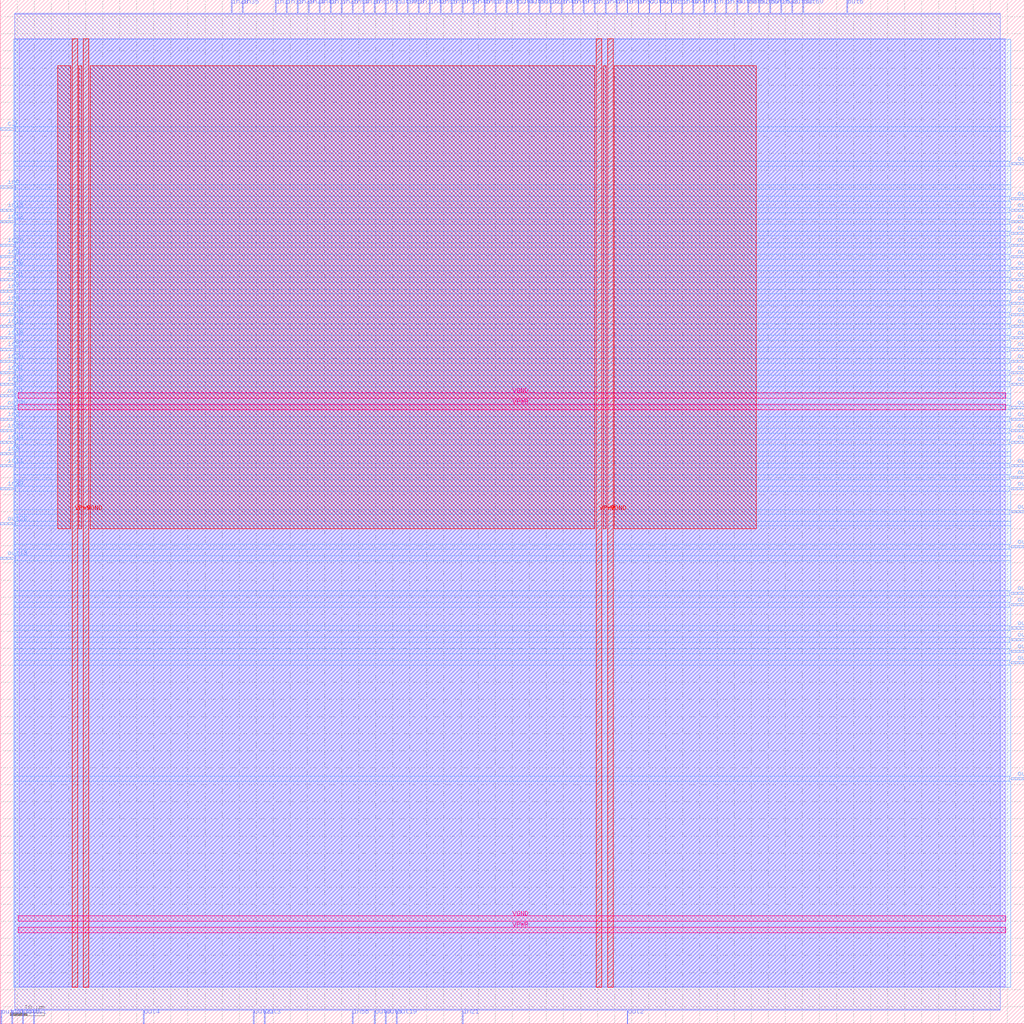
<source format=lef>
VERSION 5.7 ;
  NOWIREEXTENSIONATPIN ON ;
  DIVIDERCHAR "/" ;
  BUSBITCHARS "[]" ;
MACRO netlist_1
  CLASS BLOCK ;
  FOREIGN netlist_1 ;
  ORIGIN 0.000 0.000 ;
  SIZE 300.000 BY 300.000 ;
  PIN VGND
    DIRECTION INOUT ;
    USE GROUND ;
    PORT
      LAYER met4 ;
        RECT 24.340 10.640 25.940 288.560 ;
    END
    PORT
      LAYER met4 ;
        RECT 177.940 10.640 179.540 288.560 ;
    END
    PORT
      LAYER met5 ;
        RECT 5.280 30.030 294.640 31.630 ;
    END
    PORT
      LAYER met5 ;
        RECT 5.280 183.210 294.640 184.810 ;
    END
  END VGND
  PIN VPWR
    DIRECTION INOUT ;
    USE POWER ;
    PORT
      LAYER met4 ;
        RECT 21.040 10.640 22.640 288.560 ;
    END
    PORT
      LAYER met4 ;
        RECT 174.640 10.640 176.240 288.560 ;
    END
    PORT
      LAYER met5 ;
        RECT 5.280 26.730 294.640 28.330 ;
    END
    PORT
      LAYER met5 ;
        RECT 5.280 179.910 294.640 181.510 ;
    END
  END VPWR
  PIN clk
    DIRECTION INPUT ;
    USE SIGNAL ;
    ANTENNAGATEAREA 0.852000 ;
    ANTENNADIFFAREA 0.434700 ;
    PORT
      LAYER met3 ;
        RECT 0.000 261.840 4.000 262.440 ;
    END
  END clk
  PIN in0
    DIRECTION INPUT ;
    USE SIGNAL ;
    ANTENNAGATEAREA 0.247500 ;
    ANTENNADIFFAREA 0.434700 ;
    PORT
      LAYER met3 ;
        RECT 0.000 244.840 4.000 245.440 ;
    END
  END in0
  PIN in1
    DIRECTION INPUT ;
    USE SIGNAL ;
    ANTENNAGATEAREA 0.247500 ;
    ANTENNADIFFAREA 0.434700 ;
    PORT
      LAYER met2 ;
        RECT 122.450 296.000 122.730 300.000 ;
    END
  END in1
  PIN in10
    DIRECTION INPUT ;
    USE SIGNAL ;
    ANTENNAGATEAREA 0.196500 ;
    ANTENNADIFFAREA 0.434700 ;
    PORT
      LAYER met3 ;
        RECT 0.000 207.440 4.000 208.040 ;
    END
  END in10
  PIN in11
    DIRECTION INPUT ;
    USE SIGNAL ;
    ANTENNAGATEAREA 0.426000 ;
    ANTENNADIFFAREA 0.434700 ;
    PORT
      LAYER met3 ;
        RECT 0.000 163.240 4.000 163.840 ;
    END
  END in11
  PIN in12
    DIRECTION INPUT ;
    USE SIGNAL ;
    ANTENNAGATEAREA 0.213000 ;
    ANTENNADIFFAREA 0.434700 ;
    PORT
      LAYER met3 ;
        RECT 0.000 234.640 4.000 235.240 ;
    END
  END in12
  PIN in13
    DIRECTION INPUT ;
    USE SIGNAL ;
    ANTENNAGATEAREA 0.126000 ;
    ANTENNADIFFAREA 0.434700 ;
    PORT
      LAYER met3 ;
        RECT 0.000 238.040 4.000 238.640 ;
    END
  END in13
  PIN in14
    DIRECTION INPUT ;
    USE SIGNAL ;
    ANTENNAGATEAREA 0.213000 ;
    ANTENNADIFFAREA 0.434700 ;
    PORT
      LAYER met3 ;
        RECT 0.000 170.040 4.000 170.640 ;
    END
  END in14
  PIN in15
    DIRECTION INPUT ;
    USE SIGNAL ;
    ANTENNAGATEAREA 0.159000 ;
    ANTENNADIFFAREA 0.434700 ;
    PORT
      LAYER met3 ;
        RECT 0.000 187.040 4.000 187.640 ;
    END
  END in15
  PIN in16
    DIRECTION INPUT ;
    USE SIGNAL ;
    ANTENNAGATEAREA 0.213000 ;
    ANTENNADIFFAREA 0.434700 ;
    PORT
      LAYER met3 ;
        RECT 0.000 204.040 4.000 204.640 ;
    END
  END in16
  PIN in17
    DIRECTION INPUT ;
    USE SIGNAL ;
    ANTENNAGATEAREA 0.213000 ;
    ANTENNADIFFAREA 0.434700 ;
    PORT
      LAYER met2 ;
        RECT 96.690 296.000 96.970 300.000 ;
    END
  END in17
  PIN in18
    DIRECTION INPUT ;
    USE SIGNAL ;
    ANTENNAGATEAREA 0.213000 ;
    ANTENNADIFFAREA 0.434700 ;
    PORT
      LAYER met3 ;
        RECT 0.000 221.040 4.000 221.640 ;
    END
  END in18
  PIN in19
    DIRECTION INPUT ;
    USE SIGNAL ;
    ANTENNAGATEAREA 0.196500 ;
    ANTENNADIFFAREA 0.434700 ;
    PORT
      LAYER met3 ;
        RECT 0.000 200.640 4.000 201.240 ;
    END
  END in19
  PIN in2
    DIRECTION INPUT ;
    USE SIGNAL ;
    ANTENNAGATEAREA 0.196500 ;
    ANTENNADIFFAREA 0.434700 ;
    PORT
      LAYER met3 ;
        RECT 0.000 176.840 4.000 177.440 ;
    END
  END in2
  PIN in20
    DIRECTION INPUT ;
    USE SIGNAL ;
    ANTENNAGATEAREA 0.196500 ;
    ANTENNADIFFAREA 0.434700 ;
    PORT
      LAYER met3 ;
        RECT 0.000 227.840 4.000 228.440 ;
    END
  END in20
  PIN in21
    DIRECTION INPUT ;
    USE SIGNAL ;
    ANTENNAGATEAREA 0.213000 ;
    ANTENNADIFFAREA 0.434700 ;
    PORT
      LAYER met2 ;
        RECT 135.330 0.000 135.610 4.000 ;
    END
  END in21
  PIN in22
    DIRECTION INPUT ;
    USE SIGNAL ;
    ANTENNAGATEAREA 0.126000 ;
    ANTENNADIFFAREA 0.434700 ;
    PORT
      LAYER met2 ;
        RECT 228.710 296.000 228.990 300.000 ;
    END
  END in22
  PIN in23
    DIRECTION INPUT ;
    USE SIGNAL ;
    ANTENNAGATEAREA 0.196500 ;
    ANTENNADIFFAREA 0.434700 ;
    PORT
      LAYER met3 ;
        RECT 0.000 173.440 4.000 174.040 ;
    END
  END in23
  PIN in24
    DIRECTION INPUT ;
    USE SIGNAL ;
    ANTENNAGATEAREA 0.196500 ;
    ANTENNADIFFAREA 0.434700 ;
    PORT
      LAYER met2 ;
        RECT 90.250 296.000 90.530 300.000 ;
    END
  END in24
  PIN in25
    DIRECTION INPUT ;
    USE SIGNAL ;
    ANTENNAGATEAREA 0.159000 ;
    ANTENNADIFFAREA 0.434700 ;
    PORT
      LAYER met2 ;
        RECT 99.910 296.000 100.190 300.000 ;
    END
  END in25
  PIN in26
    DIRECTION INPUT ;
    USE SIGNAL ;
    ANTENNAGATEAREA 0.196500 ;
    ANTENNADIFFAREA 0.434700 ;
    PORT
      LAYER met2 ;
        RECT 161.090 296.000 161.370 300.000 ;
    END
  END in26
  PIN in27
    DIRECTION INPUT ;
    USE SIGNAL ;
    ANTENNAGATEAREA 0.213000 ;
    ANTENNADIFFAREA 0.434700 ;
    PORT
      LAYER met3 ;
        RECT 0.000 197.240 4.000 197.840 ;
    END
  END in27
  PIN in28
    DIRECTION INPUT ;
    USE SIGNAL ;
    ANTENNAGATEAREA 0.196500 ;
    ANTENNADIFFAREA 0.434700 ;
    PORT
      LAYER met2 ;
        RECT 67.710 296.000 67.990 300.000 ;
    END
  END in28
  PIN in29
    DIRECTION INPUT ;
    USE SIGNAL ;
    ANTENNAGATEAREA 0.126000 ;
    ANTENNADIFFAREA 0.434700 ;
    PORT
      LAYER met2 ;
        RECT 87.030 296.000 87.310 300.000 ;
    END
  END in29
  PIN in3
    DIRECTION INPUT ;
    USE SIGNAL ;
    ANTENNAGATEAREA 0.495000 ;
    ANTENNADIFFAREA 0.434700 ;
    PORT
      LAYER met2 ;
        RECT 80.590 296.000 80.870 300.000 ;
    END
  END in3
  PIN in30
    DIRECTION INPUT ;
    USE SIGNAL ;
    ANTENNAGATEAREA 0.213000 ;
    ANTENNADIFFAREA 0.434700 ;
    PORT
      LAYER met3 ;
        RECT 0.000 193.840 4.000 194.440 ;
    END
  END in30
  PIN in31
    DIRECTION INPUT ;
    USE SIGNAL ;
    ANTENNAGATEAREA 0.196500 ;
    ANTENNADIFFAREA 0.434700 ;
    PORT
      LAYER met3 ;
        RECT 0.000 217.640 4.000 218.240 ;
    END
  END in31
  PIN in32
    DIRECTION INPUT ;
    USE SIGNAL ;
    ANTENNAGATEAREA 0.213000 ;
    ANTENNADIFFAREA 0.434700 ;
    PORT
      LAYER met2 ;
        RECT 209.390 296.000 209.670 300.000 ;
    END
  END in32
  PIN in33
    DIRECTION INPUT ;
    USE SIGNAL ;
    ANTENNAGATEAREA 0.247500 ;
    ANTENNADIFFAREA 0.434700 ;
    PORT
      LAYER met2 ;
        RECT 83.810 296.000 84.090 300.000 ;
    END
  END in33
  PIN in34
    DIRECTION INPUT ;
    USE SIGNAL ;
    ANTENNAGATEAREA 0.196500 ;
    ANTENNADIFFAREA 0.434700 ;
    PORT
      LAYER met2 ;
        RECT 212.610 296.000 212.890 300.000 ;
    END
  END in34
  PIN in35
    DIRECTION INPUT ;
    USE SIGNAL ;
    ANTENNAGATEAREA 0.196500 ;
    ANTENNADIFFAREA 0.434700 ;
    PORT
      LAYER met2 ;
        RECT 70.930 296.000 71.210 300.000 ;
    END
  END in35
  PIN in36
    DIRECTION INPUT ;
    USE SIGNAL ;
    ANTENNAGATEAREA 0.159000 ;
    ANTENNADIFFAREA 0.434700 ;
    PORT
      LAYER met2 ;
        RECT 106.350 296.000 106.630 300.000 ;
    END
  END in36
  PIN in37
    DIRECTION INPUT ;
    USE SIGNAL ;
    ANTENNAGATEAREA 0.196500 ;
    ANTENNADIFFAREA 0.434700 ;
    PORT
      LAYER met2 ;
        RECT 173.970 296.000 174.250 300.000 ;
    END
  END in37
  PIN in38
    DIRECTION INPUT ;
    USE SIGNAL ;
    ANTENNAGATEAREA 0.196500 ;
    ANTENNADIFFAREA 0.434700 ;
    PORT
      LAYER met2 ;
        RECT 144.990 296.000 145.270 300.000 ;
    END
  END in38
  PIN in39
    DIRECTION INPUT ;
    USE SIGNAL ;
    ANTENNAGATEAREA 0.126000 ;
    ANTENNADIFFAREA 0.434700 ;
    PORT
      LAYER met3 ;
        RECT 0.000 156.440 4.000 157.040 ;
    END
  END in39
  PIN in4
    DIRECTION INPUT ;
    USE SIGNAL ;
    ANTENNAGATEAREA 0.159000 ;
    ANTENNADIFFAREA 0.434700 ;
    PORT
      LAYER met2 ;
        RECT 206.170 296.000 206.450 300.000 ;
    END
  END in4
  PIN in40
    DIRECTION INPUT ;
    USE SIGNAL ;
    ANTENNAGATEAREA 0.196500 ;
    ANTENNADIFFAREA 0.434700 ;
    PORT
      LAYER met2 ;
        RECT 202.950 296.000 203.230 300.000 ;
    END
  END in40
  PIN in41
    DIRECTION INPUT ;
    USE SIGNAL ;
    ANTENNAGATEAREA 0.196500 ;
    ANTENNADIFFAREA 0.434700 ;
    PORT
      LAYER met3 ;
        RECT 0.000 190.440 4.000 191.040 ;
    END
  END in41
  PIN in42
    DIRECTION INPUT ;
    USE SIGNAL ;
    ANTENNAGATEAREA 0.196500 ;
    ANTENNADIFFAREA 0.434700 ;
    PORT
      LAYER met2 ;
        RECT 125.670 296.000 125.950 300.000 ;
    END
  END in42
  PIN in43
    DIRECTION INPUT ;
    USE SIGNAL ;
    ANTENNAGATEAREA 0.196500 ;
    ANTENNADIFFAREA 0.434700 ;
    PORT
      LAYER met2 ;
        RECT 93.470 296.000 93.750 300.000 ;
    END
  END in43
  PIN in44
    DIRECTION INPUT ;
    USE SIGNAL ;
    ANTENNAGATEAREA 0.196500 ;
    ANTENNADIFFAREA 0.434700 ;
    PORT
      LAYER met2 ;
        RECT 199.730 296.000 200.010 300.000 ;
    END
  END in44
  PIN in45
    DIRECTION INPUT ;
    USE SIGNAL ;
    ANTENNAGATEAREA 0.126000 ;
    ANTENNADIFFAREA 0.434700 ;
    PORT
      LAYER met2 ;
        RECT 164.310 296.000 164.590 300.000 ;
    END
  END in45
  PIN in46
    DIRECTION INPUT ;
    USE SIGNAL ;
    ANTENNAGATEAREA 0.196500 ;
    ANTENNADIFFAREA 0.434700 ;
    PORT
      LAYER met2 ;
        RECT 138.550 296.000 138.830 300.000 ;
    END
  END in46
  PIN in47
    DIRECTION INPUT ;
    USE SIGNAL ;
    ANTENNAGATEAREA 0.196500 ;
    ANTENNADIFFAREA 0.434700 ;
    PORT
      LAYER met2 ;
        RECT 177.190 296.000 177.470 300.000 ;
    END
  END in47
  PIN in48
    DIRECTION INPUT ;
    USE SIGNAL ;
    ANTENNAGATEAREA 0.196500 ;
    ANTENNADIFFAREA 0.434700 ;
    PORT
      LAYER met2 ;
        RECT 180.410 296.000 180.690 300.000 ;
    END
  END in48
  PIN in49
    DIRECTION INPUT ;
    USE SIGNAL ;
    ANTENNAGATEAREA 0.196500 ;
    ANTENNADIFFAREA 0.434700 ;
    PORT
      LAYER met2 ;
        RECT 167.530 296.000 167.810 300.000 ;
    END
  END in49
  PIN in5
    DIRECTION INPUT ;
    USE SIGNAL ;
    ANTENNAGATEAREA 0.213000 ;
    ANTENNADIFFAREA 0.434700 ;
    PORT
      LAYER met3 ;
        RECT 0.000 224.440 4.000 225.040 ;
    END
  END in5
  PIN in50
    DIRECTION INPUT ;
    USE SIGNAL ;
    ANTENNAGATEAREA 0.159000 ;
    ANTENNADIFFAREA 0.434700 ;
    PORT
      LAYER met2 ;
        RECT 132.110 296.000 132.390 300.000 ;
    END
  END in50
  PIN in51
    DIRECTION INPUT ;
    USE SIGNAL ;
    ANTENNAGATEAREA 0.213000 ;
    ANTENNADIFFAREA 0.434700 ;
    PORT
      LAYER met2 ;
        RECT 112.790 296.000 113.070 300.000 ;
    END
  END in51
  PIN in52
    DIRECTION INPUT ;
    USE SIGNAL ;
    ANTENNAGATEAREA 0.196500 ;
    ANTENNADIFFAREA 0.434700 ;
    PORT
      LAYER met2 ;
        RECT 196.510 296.000 196.790 300.000 ;
    END
  END in52
  PIN in53
    DIRECTION INPUT ;
    USE SIGNAL ;
    ANTENNAGATEAREA 0.196500 ;
    ANTENNADIFFAREA 0.434700 ;
    PORT
      LAYER met2 ;
        RECT 170.750 296.000 171.030 300.000 ;
    END
  END in53
  PIN in54
    DIRECTION INPUT ;
    USE SIGNAL ;
    ANTENNAGATEAREA 0.495000 ;
    ANTENNADIFFAREA 0.434700 ;
    PORT
      LAYER met2 ;
        RECT 103.130 296.000 103.410 300.000 ;
    END
  END in54
  PIN in55
    DIRECTION INPUT ;
    USE SIGNAL ;
    ANTENNAGATEAREA 0.126000 ;
    ANTENNADIFFAREA 0.434700 ;
    PORT
      LAYER met2 ;
        RECT 128.890 296.000 129.170 300.000 ;
    END
  END in55
  PIN in56
    DIRECTION INPUT ;
    USE SIGNAL ;
    ANTENNAGATEAREA 0.426000 ;
    ANTENNADIFFAREA 0.434700 ;
    PORT
      LAYER met2 ;
        RECT 103.130 0.000 103.410 4.000 ;
    END
  END in56
  PIN in57
    DIRECTION INPUT ;
    USE SIGNAL ;
    ANTENNAGATEAREA 0.196500 ;
    ANTENNADIFFAREA 0.434700 ;
    PORT
      LAYER met2 ;
        RECT 186.850 296.000 187.130 300.000 ;
    END
  END in57
  PIN in58
    DIRECTION INPUT ;
    USE SIGNAL ;
    ANTENNAGATEAREA 0.196500 ;
    ANTENNADIFFAREA 0.434700 ;
    PORT
      LAYER met2 ;
        RECT 119.230 296.000 119.510 300.000 ;
    END
  END in58
  PIN in59
    DIRECTION INPUT ;
    USE SIGNAL ;
    ANTENNAGATEAREA 0.196500 ;
    ANTENNADIFFAREA 0.434700 ;
    PORT
      LAYER met2 ;
        RECT 135.330 296.000 135.610 300.000 ;
    END
  END in59
  PIN in6
    DIRECTION INPUT ;
    USE SIGNAL ;
    ANTENNAGATEAREA 0.213000 ;
    ANTENNADIFFAREA 0.434700 ;
    PORT
      LAYER met2 ;
        RECT 109.570 296.000 109.850 300.000 ;
    END
  END in6
  PIN in60
    DIRECTION INPUT ;
    USE SIGNAL ;
    ANTENNAGATEAREA 0.196500 ;
    ANTENNADIFFAREA 0.434700 ;
    PORT
      LAYER met2 ;
        RECT 183.630 296.000 183.910 300.000 ;
    END
  END in60
  PIN in61
    DIRECTION INPUT ;
    USE SIGNAL ;
    ANTENNAGATEAREA 0.213000 ;
    ANTENNADIFFAREA 0.434700 ;
    PORT
      LAYER met2 ;
        RECT 141.770 296.000 142.050 300.000 ;
    END
  END in61
  PIN in7
    DIRECTION INPUT ;
    USE SIGNAL ;
    ANTENNAGATEAREA 1.186500 ;
    ANTENNADIFFAREA 0.434700 ;
    PORT
      LAYER met3 ;
        RECT 0.000 214.240 4.000 214.840 ;
    END
  END in7
  PIN in8
    DIRECTION INPUT ;
    USE SIGNAL ;
    ANTENNAGATEAREA 0.196500 ;
    ANTENNADIFFAREA 0.434700 ;
    PORT
      LAYER met3 ;
        RECT 0.000 210.840 4.000 211.440 ;
    END
  END in8
  PIN in9
    DIRECTION INPUT ;
    USE SIGNAL ;
    ANTENNAGATEAREA 0.126000 ;
    ANTENNADIFFAREA 0.434700 ;
    PORT
      LAYER met3 ;
        RECT 0.000 166.640 4.000 167.240 ;
    END
  END in9
  PIN out0
    DIRECTION OUTPUT ;
    USE SIGNAL ;
    ANTENNADIFFAREA 0.340600 ;
    PORT
      LAYER met2 ;
        RECT 109.570 0.000 109.850 4.000 ;
    END
  END out0
  PIN out1
    DIRECTION OUTPUT ;
    USE SIGNAL ;
    ANTENNADIFFAREA 0.445500 ;
    PORT
      LAYER met3 ;
        RECT 0.000 183.640 4.000 184.240 ;
    END
  END out1
  PIN out10
    DIRECTION OUTPUT ;
    USE SIGNAL ;
    ANTENNADIFFAREA 0.340600 ;
    PORT
      LAYER met3 ;
        RECT 296.000 227.840 300.000 228.440 ;
    END
  END out10
  PIN out11
    DIRECTION OUTPUT ;
    USE SIGNAL ;
    ANTENNADIFFAREA 0.445500 ;
    PORT
      LAYER met3 ;
        RECT 296.000 112.240 300.000 112.840 ;
    END
  END out11
  PIN out12
    DIRECTION OUTPUT ;
    USE SIGNAL ;
    ANTENNADIFFAREA 0.340600 ;
    PORT
      LAYER met3 ;
        RECT 296.000 234.640 300.000 235.240 ;
    END
  END out12
  PIN out13
    DIRECTION OUTPUT ;
    USE SIGNAL ;
    ANTENNADIFFAREA 0.445500 ;
    PORT
      LAYER met3 ;
        RECT 0.000 136.040 4.000 136.640 ;
    END
  END out13
  PIN out14
    DIRECTION OUTPUT ;
    USE SIGNAL ;
    ANTENNADIFFAREA 0.445500 ;
    PORT
      LAYER met3 ;
        RECT 296.000 71.440 300.000 72.040 ;
    END
  END out14
  PIN out15
    DIRECTION OUTPUT ;
    USE SIGNAL ;
    ANTENNADIFFAREA 0.340600 ;
    PORT
      LAYER met3 ;
        RECT 296.000 115.640 300.000 116.240 ;
    END
  END out15
  PIN out16
    DIRECTION OUTPUT ;
    USE SIGNAL ;
    ANTENNADIFFAREA 0.445500 ;
    PORT
      LAYER met3 ;
        RECT 296.000 149.640 300.000 150.240 ;
    END
  END out16
  PIN out17
    DIRECTION OUTPUT ;
    USE SIGNAL ;
    ANTENNADIFFAREA 0.795200 ;
    PORT
      LAYER met2 ;
        RECT 148.210 296.000 148.490 300.000 ;
    END
  END out17
  PIN out18
    DIRECTION OUTPUT ;
    USE SIGNAL ;
    PORT
      LAYER met2 ;
        RECT 0.090 0.000 0.370 4.000 ;
    END
  END out18
  PIN out19
    DIRECTION OUTPUT ;
    USE SIGNAL ;
    ANTENNADIFFAREA 0.445500 ;
    PORT
      LAYER met2 ;
        RECT 116.010 0.000 116.290 4.000 ;
    END
  END out19
  PIN out2
    DIRECTION OUTPUT ;
    USE SIGNAL ;
    ANTENNADIFFAREA 0.445500 ;
    PORT
      LAYER met2 ;
        RECT 183.630 0.000 183.910 4.000 ;
    END
  END out2
  PIN out20
    DIRECTION OUTPUT ;
    USE SIGNAL ;
    ANTENNADIFFAREA 0.445500 ;
    PORT
      LAYER met3 ;
        RECT 296.000 105.440 300.000 106.040 ;
    END
  END out20
  PIN out21
    DIRECTION OUTPUT ;
    USE SIGNAL ;
    ANTENNADIFFAREA 0.445500 ;
    PORT
      LAYER met3 ;
        RECT 296.000 125.840 300.000 126.440 ;
    END
  END out21
  PIN out22
    DIRECTION OUTPUT ;
    USE SIGNAL ;
    ANTENNADIFFAREA 0.340600 ;
    PORT
      LAYER met3 ;
        RECT 296.000 108.840 300.000 109.440 ;
    END
  END out22
  PIN out23
    DIRECTION OUTPUT ;
    USE SIGNAL ;
    ANTENNADIFFAREA 0.445500 ;
    PORT
      LAYER met2 ;
        RECT 74.150 0.000 74.430 4.000 ;
    END
  END out23
  PIN out24
    DIRECTION OUTPUT ;
    USE SIGNAL ;
    ANTENNADIFFAREA 0.445500 ;
    PORT
      LAYER met3 ;
        RECT 296.000 214.240 300.000 214.840 ;
    END
  END out24
  PIN out25
    DIRECTION OUTPUT ;
    USE SIGNAL ;
    ANTENNADIFFAREA 0.445500 ;
    PORT
      LAYER met3 ;
        RECT 296.000 139.440 300.000 140.040 ;
    END
  END out25
  PIN out26
    DIRECTION OUTPUT ;
    USE SIGNAL ;
    ANTENNADIFFAREA 0.340600 ;
    PORT
      LAYER met2 ;
        RECT 225.490 296.000 225.770 300.000 ;
    END
  END out26
  PIN out27
    DIRECTION OUTPUT ;
    USE SIGNAL ;
    ANTENNADIFFAREA 0.445500 ;
    PORT
      LAYER met3 ;
        RECT 296.000 173.440 300.000 174.040 ;
    END
  END out27
  PIN out28
    DIRECTION OUTPUT ;
    USE SIGNAL ;
    ANTENNADIFFAREA 0.340600 ;
    PORT
      LAYER met3 ;
        RECT 0.000 146.240 4.000 146.840 ;
    END
  END out28
  PIN out29
    DIRECTION OUTPUT ;
    USE SIGNAL ;
    ANTENNADIFFAREA 0.340600 ;
    PORT
      LAYER met3 ;
        RECT 296.000 180.240 300.000 180.840 ;
    END
  END out29
  PIN out3
    DIRECTION OUTPUT ;
    USE SIGNAL ;
    ANTENNADIFFAREA 0.445500 ;
    PORT
      LAYER met2 ;
        RECT 77.370 0.000 77.650 4.000 ;
    END
  END out3
  PIN out30
    DIRECTION OUTPUT ;
    USE SIGNAL ;
    ANTENNADIFFAREA 0.340600 ;
    PORT
      LAYER met2 ;
        RECT 116.010 296.000 116.290 300.000 ;
    END
  END out30
  PIN out31
    DIRECTION OUTPUT ;
    USE SIGNAL ;
    ANTENNADIFFAREA 0.340600 ;
    PORT
      LAYER met3 ;
        RECT 296.000 176.840 300.000 177.440 ;
    END
  END out31
  PIN out32
    DIRECTION OUTPUT ;
    USE SIGNAL ;
    ANTENNADIFFAREA 0.795200 ;
    PORT
      LAYER met2 ;
        RECT 157.870 296.000 158.150 300.000 ;
    END
  END out32
  PIN out33
    DIRECTION OUTPUT ;
    USE SIGNAL ;
    ANTENNADIFFAREA 0.445500 ;
    PORT
      LAYER met3 ;
        RECT 296.000 251.640 300.000 252.240 ;
    END
  END out33
  PIN out34
    DIRECTION OUTPUT ;
    USE SIGNAL ;
    ANTENNADIFFAREA 0.445500 ;
    PORT
      LAYER met3 ;
        RECT 296.000 238.040 300.000 238.640 ;
    END
  END out34
  PIN out35
    DIRECTION OUTPUT ;
    USE SIGNAL ;
    PORT
      LAYER met2 ;
        RECT 3.310 0.000 3.590 4.000 ;
    END
  END out35
  PIN out36
    DIRECTION OUTPUT ;
    USE SIGNAL ;
    ANTENNADIFFAREA 0.445500 ;
    PORT
      LAYER met3 ;
        RECT 296.000 190.440 300.000 191.040 ;
    END
  END out36
  PIN out37
    DIRECTION OUTPUT ;
    USE SIGNAL ;
    ANTENNADIFFAREA 0.340600 ;
    PORT
      LAYER met3 ;
        RECT 296.000 159.840 300.000 160.440 ;
    END
  END out37
  PIN out38
    DIRECTION OUTPUT ;
    USE SIGNAL ;
    ANTENNADIFFAREA 0.795200 ;
    PORT
      LAYER met2 ;
        RECT 231.930 296.000 232.210 300.000 ;
    END
  END out38
  PIN out39
    DIRECTION OUTPUT ;
    USE SIGNAL ;
    ANTENNADIFFAREA 0.445500 ;
    PORT
      LAYER met3 ;
        RECT 296.000 231.240 300.000 231.840 ;
    END
  END out39
  PIN out4
    DIRECTION OUTPUT ;
    USE SIGNAL ;
    ANTENNADIFFAREA 0.445500 ;
    PORT
      LAYER met2 ;
        RECT 41.950 0.000 42.230 4.000 ;
    END
  END out4
  PIN out40
    DIRECTION OUTPUT ;
    USE SIGNAL ;
    ANTENNADIFFAREA 0.445500 ;
    PORT
      LAYER met3 ;
        RECT 0.000 180.240 4.000 180.840 ;
    END
  END out40
  PIN out41
    DIRECTION OUTPUT ;
    USE SIGNAL ;
    ANTENNADIFFAREA 0.445500 ;
    PORT
      LAYER met3 ;
        RECT 296.000 170.040 300.000 170.640 ;
    END
  END out41
  PIN out42
    DIRECTION OUTPUT ;
    USE SIGNAL ;
    ANTENNADIFFAREA 0.340600 ;
    PORT
      LAYER met2 ;
        RECT 190.070 296.000 190.350 300.000 ;
    END
  END out42
  PIN out43
    DIRECTION OUTPUT ;
    USE SIGNAL ;
    ANTENNADIFFAREA 0.445500 ;
    PORT
      LAYER met3 ;
        RECT 296.000 200.640 300.000 201.240 ;
    END
  END out43
  PIN out44
    DIRECTION OUTPUT ;
    USE SIGNAL ;
    ANTENNADIFFAREA 0.445500 ;
    PORT
      LAYER met3 ;
        RECT 296.000 224.440 300.000 225.040 ;
    END
  END out44
  PIN out45
    DIRECTION OUTPUT ;
    USE SIGNAL ;
    ANTENNADIFFAREA 0.445500 ;
    PORT
      LAYER met3 ;
        RECT 296.000 163.240 300.000 163.840 ;
    END
  END out45
  PIN out46
    DIRECTION OUTPUT ;
    USE SIGNAL ;
    ANTENNADIFFAREA 0.445500 ;
    PORT
      LAYER met3 ;
        RECT 296.000 156.440 300.000 157.040 ;
    END
  END out46
  PIN out47
    DIRECTION OUTPUT ;
    USE SIGNAL ;
    ANTENNADIFFAREA 0.340600 ;
    PORT
      LAYER met2 ;
        RECT 151.430 296.000 151.710 300.000 ;
    END
  END out47
  PIN out48
    DIRECTION OUTPUT ;
    USE SIGNAL ;
    ANTENNADIFFAREA 0.340600 ;
    PORT
      LAYER met3 ;
        RECT 296.000 210.840 300.000 211.440 ;
    END
  END out48
  PIN out49
    DIRECTION OUTPUT ;
    USE SIGNAL ;
    ANTENNADIFFAREA 0.445500 ;
    PORT
      LAYER met3 ;
        RECT 296.000 193.840 300.000 194.440 ;
    END
  END out49
  PIN out5
    DIRECTION OUTPUT ;
    USE SIGNAL ;
    ANTENNADIFFAREA 0.445500 ;
    PORT
      LAYER met2 ;
        RECT 112.790 0.000 113.070 4.000 ;
    END
  END out5
  PIN out50
    DIRECTION OUTPUT ;
    USE SIGNAL ;
    ANTENNADIFFAREA 0.445500 ;
    PORT
      LAYER met3 ;
        RECT 296.000 197.240 300.000 197.840 ;
    END
  END out50
  PIN out51
    DIRECTION OUTPUT ;
    USE SIGNAL ;
    ANTENNADIFFAREA 0.795200 ;
    PORT
      LAYER met2 ;
        RECT 219.050 296.000 219.330 300.000 ;
    END
  END out51
  PIN out52
    DIRECTION OUTPUT ;
    USE SIGNAL ;
    ANTENNADIFFAREA 0.445500 ;
    PORT
      LAYER met3 ;
        RECT 296.000 187.040 300.000 187.640 ;
    END
  END out52
  PIN out53
    DIRECTION OUTPUT ;
    USE SIGNAL ;
    ANTENNADIFFAREA 0.340600 ;
    PORT
      LAYER met3 ;
        RECT 296.000 204.040 300.000 204.640 ;
    END
  END out53
  PIN out54
    DIRECTION OUTPUT ;
    USE SIGNAL ;
    ANTENNADIFFAREA 0.340600 ;
    PORT
      LAYER met3 ;
        RECT 296.000 221.040 300.000 221.640 ;
    END
  END out54
  PIN out55
    DIRECTION OUTPUT ;
    USE SIGNAL ;
    ANTENNADIFFAREA 0.340600 ;
    PORT
      LAYER met2 ;
        RECT 154.650 296.000 154.930 300.000 ;
    END
  END out55
  PIN out56
    DIRECTION OUTPUT ;
    USE SIGNAL ;
    ANTENNADIFFAREA 0.795200 ;
    PORT
      LAYER met2 ;
        RECT 215.830 296.000 216.110 300.000 ;
    END
  END out56
  PIN out57
    DIRECTION OUTPUT ;
    USE SIGNAL ;
    ANTENNADIFFAREA 0.445500 ;
    PORT
      LAYER met3 ;
        RECT 296.000 241.440 300.000 242.040 ;
    END
  END out57
  PIN out58
    DIRECTION OUTPUT ;
    USE SIGNAL ;
    ANTENNADIFFAREA 0.445500 ;
    PORT
      LAYER met3 ;
        RECT 296.000 207.440 300.000 208.040 ;
    END
  END out58
  PIN out59
    DIRECTION OUTPUT ;
    USE SIGNAL ;
    ANTENNADIFFAREA 0.795200 ;
    PORT
      LAYER met2 ;
        RECT 222.270 296.000 222.550 300.000 ;
    END
  END out59
  PIN out6
    DIRECTION OUTPUT ;
    USE SIGNAL ;
    ANTENNADIFFAREA 0.340600 ;
    PORT
      LAYER met2 ;
        RECT 248.030 296.000 248.310 300.000 ;
    END
  END out6
  PIN out60
    DIRECTION OUTPUT ;
    USE SIGNAL ;
    ANTENNADIFFAREA 0.795200 ;
    PORT
      LAYER met2 ;
        RECT 235.150 296.000 235.430 300.000 ;
    END
  END out60
  PIN out61
    DIRECTION OUTPUT ;
    USE SIGNAL ;
    ANTENNADIFFAREA 0.795200 ;
    PORT
      LAYER met2 ;
        RECT 193.290 296.000 193.570 300.000 ;
    END
  END out61
  PIN out7
    DIRECTION OUTPUT ;
    USE SIGNAL ;
    ANTENNADIFFAREA 0.445500 ;
    PORT
      LAYER met3 ;
        RECT 296.000 217.640 300.000 218.240 ;
    END
  END out7
  PIN out8
    DIRECTION OUTPUT ;
    USE SIGNAL ;
    PORT
      LAYER met2 ;
        RECT 6.530 0.000 6.810 4.000 ;
    END
  END out8
  PIN out9
    DIRECTION OUTPUT ;
    USE SIGNAL ;
    ANTENNADIFFAREA 0.340600 ;
    PORT
      LAYER met3 ;
        RECT 296.000 122.440 300.000 123.040 ;
    END
  END out9
  PIN rst
    DIRECTION INPUT ;
    USE SIGNAL ;
    PORT
      LAYER met2 ;
        RECT 9.750 0.000 10.030 4.000 ;
    END
  END rst
  OBS
      LAYER li1 ;
        RECT 5.520 10.795 294.400 288.405 ;
      LAYER met1 ;
        RECT 4.210 10.640 294.400 288.560 ;
      LAYER met2 ;
        RECT 4.230 295.720 67.430 296.000 ;
        RECT 68.270 295.720 70.650 296.000 ;
        RECT 71.490 295.720 80.310 296.000 ;
        RECT 81.150 295.720 83.530 296.000 ;
        RECT 84.370 295.720 86.750 296.000 ;
        RECT 87.590 295.720 89.970 296.000 ;
        RECT 90.810 295.720 93.190 296.000 ;
        RECT 94.030 295.720 96.410 296.000 ;
        RECT 97.250 295.720 99.630 296.000 ;
        RECT 100.470 295.720 102.850 296.000 ;
        RECT 103.690 295.720 106.070 296.000 ;
        RECT 106.910 295.720 109.290 296.000 ;
        RECT 110.130 295.720 112.510 296.000 ;
        RECT 113.350 295.720 115.730 296.000 ;
        RECT 116.570 295.720 118.950 296.000 ;
        RECT 119.790 295.720 122.170 296.000 ;
        RECT 123.010 295.720 125.390 296.000 ;
        RECT 126.230 295.720 128.610 296.000 ;
        RECT 129.450 295.720 131.830 296.000 ;
        RECT 132.670 295.720 135.050 296.000 ;
        RECT 135.890 295.720 138.270 296.000 ;
        RECT 139.110 295.720 141.490 296.000 ;
        RECT 142.330 295.720 144.710 296.000 ;
        RECT 145.550 295.720 147.930 296.000 ;
        RECT 148.770 295.720 151.150 296.000 ;
        RECT 151.990 295.720 154.370 296.000 ;
        RECT 155.210 295.720 157.590 296.000 ;
        RECT 158.430 295.720 160.810 296.000 ;
        RECT 161.650 295.720 164.030 296.000 ;
        RECT 164.870 295.720 167.250 296.000 ;
        RECT 168.090 295.720 170.470 296.000 ;
        RECT 171.310 295.720 173.690 296.000 ;
        RECT 174.530 295.720 176.910 296.000 ;
        RECT 177.750 295.720 180.130 296.000 ;
        RECT 180.970 295.720 183.350 296.000 ;
        RECT 184.190 295.720 186.570 296.000 ;
        RECT 187.410 295.720 189.790 296.000 ;
        RECT 190.630 295.720 193.010 296.000 ;
        RECT 193.850 295.720 196.230 296.000 ;
        RECT 197.070 295.720 199.450 296.000 ;
        RECT 200.290 295.720 202.670 296.000 ;
        RECT 203.510 295.720 205.890 296.000 ;
        RECT 206.730 295.720 209.110 296.000 ;
        RECT 209.950 295.720 212.330 296.000 ;
        RECT 213.170 295.720 215.550 296.000 ;
        RECT 216.390 295.720 218.770 296.000 ;
        RECT 219.610 295.720 221.990 296.000 ;
        RECT 222.830 295.720 225.210 296.000 ;
        RECT 226.050 295.720 228.430 296.000 ;
        RECT 229.270 295.720 231.650 296.000 ;
        RECT 232.490 295.720 234.870 296.000 ;
        RECT 235.710 295.720 247.750 296.000 ;
        RECT 248.590 295.720 292.930 296.000 ;
        RECT 4.230 4.280 292.930 295.720 ;
        RECT 4.230 4.000 6.250 4.280 ;
        RECT 7.090 4.000 9.470 4.280 ;
        RECT 10.310 4.000 41.670 4.280 ;
        RECT 42.510 4.000 73.870 4.280 ;
        RECT 74.710 4.000 77.090 4.280 ;
        RECT 77.930 4.000 102.850 4.280 ;
        RECT 103.690 4.000 109.290 4.280 ;
        RECT 110.130 4.000 112.510 4.280 ;
        RECT 113.350 4.000 115.730 4.280 ;
        RECT 116.570 4.000 135.050 4.280 ;
        RECT 135.890 4.000 183.350 4.280 ;
        RECT 184.190 4.000 292.930 4.280 ;
      LAYER met3 ;
        RECT 3.990 262.840 296.000 288.485 ;
        RECT 4.400 261.440 296.000 262.840 ;
        RECT 3.990 252.640 296.000 261.440 ;
        RECT 3.990 251.240 295.600 252.640 ;
        RECT 3.990 245.840 296.000 251.240 ;
        RECT 4.400 244.440 296.000 245.840 ;
        RECT 3.990 242.440 296.000 244.440 ;
        RECT 3.990 241.040 295.600 242.440 ;
        RECT 3.990 239.040 296.000 241.040 ;
        RECT 4.400 237.640 295.600 239.040 ;
        RECT 3.990 235.640 296.000 237.640 ;
        RECT 4.400 234.240 295.600 235.640 ;
        RECT 3.990 232.240 296.000 234.240 ;
        RECT 3.990 230.840 295.600 232.240 ;
        RECT 3.990 228.840 296.000 230.840 ;
        RECT 4.400 227.440 295.600 228.840 ;
        RECT 3.990 225.440 296.000 227.440 ;
        RECT 4.400 224.040 295.600 225.440 ;
        RECT 3.990 222.040 296.000 224.040 ;
        RECT 4.400 220.640 295.600 222.040 ;
        RECT 3.990 218.640 296.000 220.640 ;
        RECT 4.400 217.240 295.600 218.640 ;
        RECT 3.990 215.240 296.000 217.240 ;
        RECT 4.400 213.840 295.600 215.240 ;
        RECT 3.990 211.840 296.000 213.840 ;
        RECT 4.400 210.440 295.600 211.840 ;
        RECT 3.990 208.440 296.000 210.440 ;
        RECT 4.400 207.040 295.600 208.440 ;
        RECT 3.990 205.040 296.000 207.040 ;
        RECT 4.400 203.640 295.600 205.040 ;
        RECT 3.990 201.640 296.000 203.640 ;
        RECT 4.400 200.240 295.600 201.640 ;
        RECT 3.990 198.240 296.000 200.240 ;
        RECT 4.400 196.840 295.600 198.240 ;
        RECT 3.990 194.840 296.000 196.840 ;
        RECT 4.400 193.440 295.600 194.840 ;
        RECT 3.990 191.440 296.000 193.440 ;
        RECT 4.400 190.040 295.600 191.440 ;
        RECT 3.990 188.040 296.000 190.040 ;
        RECT 4.400 186.640 295.600 188.040 ;
        RECT 3.990 184.640 296.000 186.640 ;
        RECT 4.400 183.240 296.000 184.640 ;
        RECT 3.990 181.240 296.000 183.240 ;
        RECT 4.400 179.840 295.600 181.240 ;
        RECT 3.990 177.840 296.000 179.840 ;
        RECT 4.400 176.440 295.600 177.840 ;
        RECT 3.990 174.440 296.000 176.440 ;
        RECT 4.400 173.040 295.600 174.440 ;
        RECT 3.990 171.040 296.000 173.040 ;
        RECT 4.400 169.640 295.600 171.040 ;
        RECT 3.990 167.640 296.000 169.640 ;
        RECT 4.400 166.240 296.000 167.640 ;
        RECT 3.990 164.240 296.000 166.240 ;
        RECT 4.400 162.840 295.600 164.240 ;
        RECT 3.990 160.840 296.000 162.840 ;
        RECT 3.990 159.440 295.600 160.840 ;
        RECT 3.990 157.440 296.000 159.440 ;
        RECT 4.400 156.040 295.600 157.440 ;
        RECT 3.990 150.640 296.000 156.040 ;
        RECT 3.990 149.240 295.600 150.640 ;
        RECT 3.990 147.240 296.000 149.240 ;
        RECT 4.400 145.840 296.000 147.240 ;
        RECT 3.990 140.440 296.000 145.840 ;
        RECT 3.990 139.040 295.600 140.440 ;
        RECT 3.990 137.040 296.000 139.040 ;
        RECT 4.400 135.640 296.000 137.040 ;
        RECT 3.990 126.840 296.000 135.640 ;
        RECT 3.990 125.440 295.600 126.840 ;
        RECT 3.990 123.440 296.000 125.440 ;
        RECT 3.990 122.040 295.600 123.440 ;
        RECT 3.990 116.640 296.000 122.040 ;
        RECT 3.990 115.240 295.600 116.640 ;
        RECT 3.990 113.240 296.000 115.240 ;
        RECT 3.990 111.840 295.600 113.240 ;
        RECT 3.990 109.840 296.000 111.840 ;
        RECT 3.990 108.440 295.600 109.840 ;
        RECT 3.990 106.440 296.000 108.440 ;
        RECT 3.990 105.040 295.600 106.440 ;
        RECT 3.990 72.440 296.000 105.040 ;
        RECT 3.990 71.040 295.600 72.440 ;
        RECT 3.990 10.715 296.000 71.040 ;
      LAYER met4 ;
        RECT 16.855 145.015 20.640 280.665 ;
        RECT 23.040 145.015 23.940 280.665 ;
        RECT 26.340 145.015 174.240 280.665 ;
        RECT 176.640 145.015 177.540 280.665 ;
        RECT 179.940 145.015 221.425 280.665 ;
  END
END netlist_1
END LIBRARY


</source>
